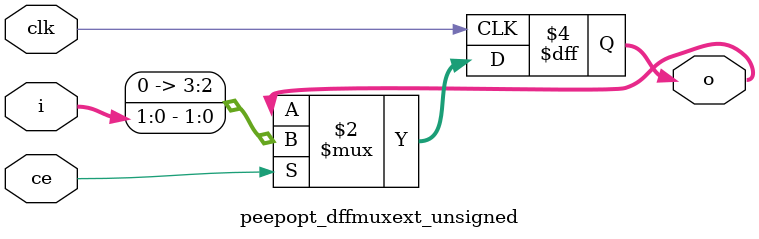
<source format=v>
module peepopt_shiftmul_0 #(parameter N=3, parameter W=3) (input [N*W-1:0] i, input [$clog2(N)-1:0] s, output [W-1:0] o);
assign o = i[s*W+:W];
endmodule

module peepopt_shiftmul_1 (output y, input [2:0] w);
assign y = 1'b1 >> (w * (3'b110));
endmodule

module peepopt_muldiv_0(input [1:0] i, output [1:0] o);
wire [3:0] t;
assign t = i * 3;
assign o = t / 3;
endmodule

module peepopt_dffmuxext_signed(input clk, ce, input signed [1:0] i, output reg signed [3:0] o);
    always @(posedge clk) if (ce) o <= i;
endmodule

module peepopt_dffmuxext_unsigned(input clk, ce, input [1:0] i, output reg [3:0] o);
    always @(posedge clk) if (ce) o <= i;
endmodule

</source>
